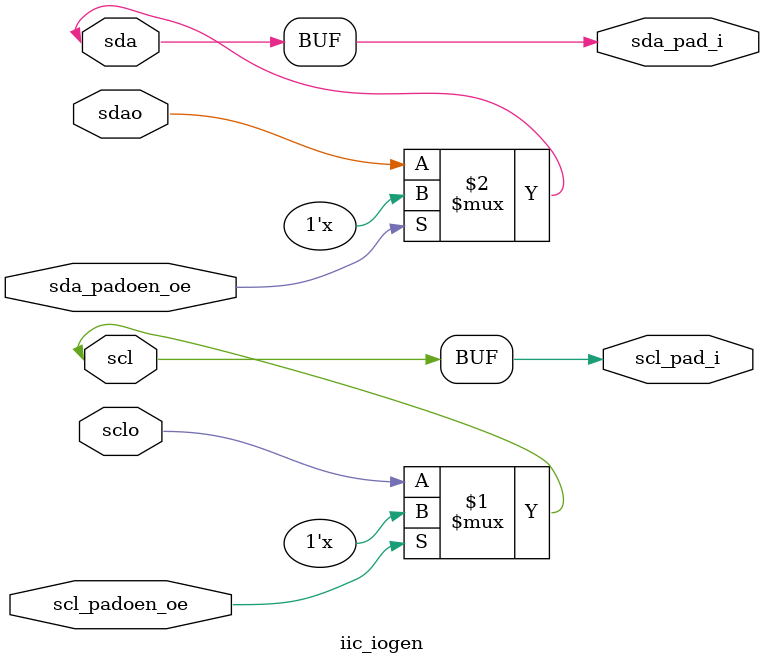
<source format=v>
module iic_iogen(inout scl, sda, input scl_padoen_oe, sda_padoen_oe, sdao, sclo, output scl_pad_i, sda_pad_i);
	assign scl = scl_padoen_oe ? 1'bz : sclo;
	assign sda = sda_padoen_oe ? 1'bz : sdao;
	assign scl_pad_i = scl;
	assign sda_pad_i = sda;
endmodule
</source>
